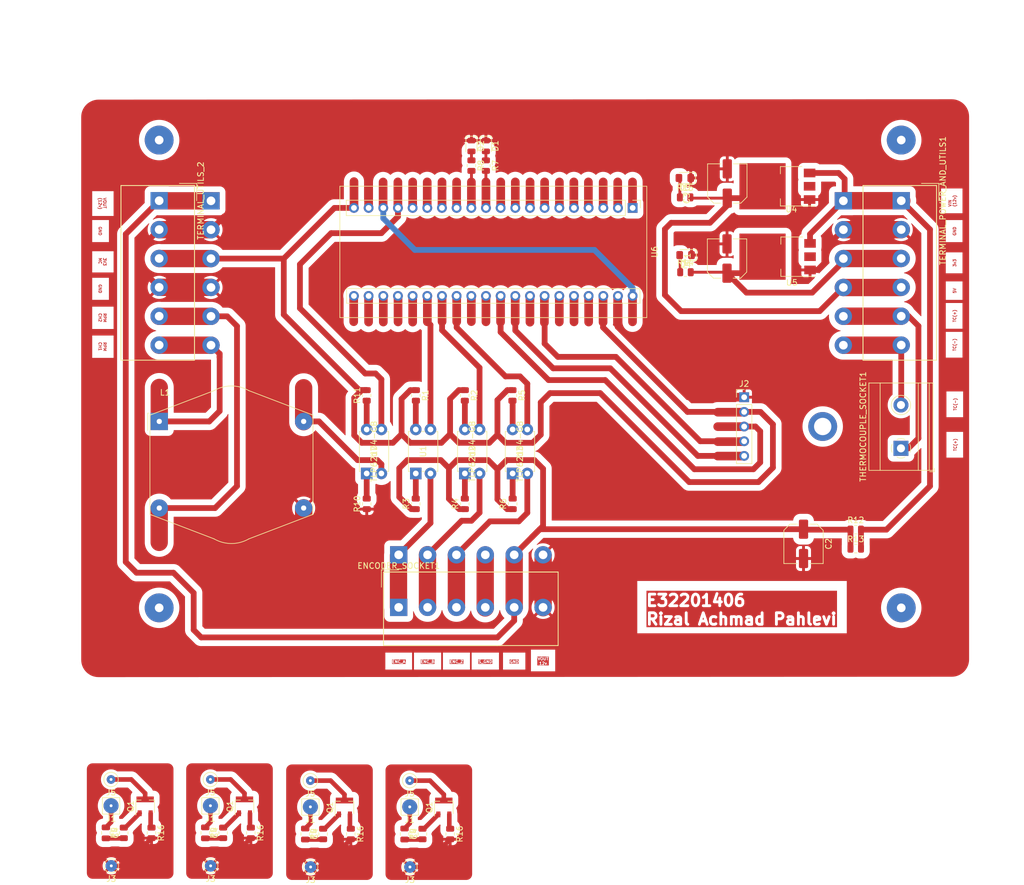
<source format=kicad_pcb>
(kicad_pcb (version 20221018) (generator pcbnew)
  (layers (0 "F.Cu" signal) (31 "B.Cu" signal) (34 "B.Paste" user) (35 "F.Paste" user) (36 "B.SilkS" user "B.Silkscreen") (37 "F.SilkS" user "F.Silkscreen") (38 "B.Mask" user) (39 "F.Mask" user) (44 "Edge.Cuts" user))
  (net 0 "")
  (net 1 "Shield Ground")
  (net 2 "PhaseA")
  (net 3 "PhaseB")
  (net 4 "PhaseZ")
  (net 5 "+3V3")
  (net 6 "Net-(U1-ANODE)")
  (net 7 "Net-(U2-ANODE)")
  (net 8 "Net-(U1-COLLECTOR)")
  (net 9 "Net-(U2-COLLECTOR)")
  (net 10 "Net-(U3-ANODE)")
  (net 11 "Net-(U3-COLLECTOR)")
  (net 12 "Net-(TERMINAL_UTILS_2-Pin_5)")
  (net 13 "STM_PhaseA")
  (net 14 "STM_PhaseB")
  (net 15 "THERMOCOUPLE_PLUS")
  (net 16 "THERMOCOUPLE_MIN")
  (net 17 "STM_PhaseZ")
  (net 18 "MAX6675_SCK")
  (net 19 "MAX6675_CS")
  (net 20 "MAX6675_SO")
  (net 21 "+5V")
  (net 22 "Net-(D1-A)")
  (net 23 "Net-(D2-A)")
  (net 24 "GND")
  (net 25 "VCC")
  (net 26 "unconnected-(U6-PB12-Pad1)")
  (net 27 "unconnected-(U6-PB13-Pad2)")
  (net 28 "unconnected-(U6-PB14-Pad3)")
  (net 29 "unconnected-(U6-PB15-Pad4)")
  (net 30 "unconnected-(U6-PA8-Pad5)")
  (net 31 "unconnected-(U6-PB1-Pad35)")
  (net 32 "unconnected-(U6-PA9-Pad6)")
  (net 33 "unconnected-(U6-PA10-Pad7)")
  (net 34 "unconnected-(U6-PA7-Pad33)")
  (net 35 "unconnected-(U6-PA11-Pad8)")
  (net 36 "unconnected-(U6-PA12-Pad9)")
  (net 37 "unconnected-(U6-PA15-Pad10)")
  (net 38 "unconnected-(U6-PA4-Pad30)")
  (net 39 "unconnected-(U6-PA3-Pad29)")
  (net 40 "unconnected-(U6-PB5-Pad13)")
  (net 41 "unconnected-(U6-PB6-Pad14)")
  (net 42 "unconnected-(U6-PB7-Pad15)")
  (net 43 "unconnected-(U6-RES-Pad25)")
  (net 44 "unconnected-(U6-PB8-Pad16)")
  (net 45 "unconnected-(U6-PC15-Pad24)")
  (net 46 "unconnected-(U6-PC14-Pad23)")
  (net 47 "unconnected-(U6-VBat-Pad21)")
  (net 48 "Net-(TERMINAL_UTILS_2-Pin_6)")
  (net 49 "Net-(U7-COLLECTOR)")
  (net 50 "Net-(U7-ANODE)")
  (net 51 "RPM_IN")
  (net 52 "5v0_add")
  (net 53 "3v3_add")
  (net 54 "Net-(D4-A)")
  (net 55 "Net-(D5-A)")
  (net 56 "Net-(U7-CATHODE)")
  (net 57 "LED_INDICATOR_1")
  (net 58 "LED_INDICATOR_2")
  (net 59 "unconnected-(U6-PC13-Pad22)")
  (net 60 "unconnected-(U6-PB2-Pad36)")
  (net 61 "unconnected-(U6-PB10-Pad37)")
  (net 62 "Net-(J1-Pin_1)")
  (net 63 "Net-(C4-Pad2)")
  (net 64 "GND1")
  (net 65 "Net-(J5-Pin_1)")
  (net 66 "Net-(Q1-B)")
  (net 67 "Net-(Q1-E)")
  (footprint "Resistor_SMD:R_0805_2012Metric" (layer "F.Cu") (at 103.738556 102.075075 90)
    (fp_text reference "R6")
    (fp_text value "470")
  )
  (footprint "" (layer "F.Cu") (at 161 74.6)
    (fp_text reference "")
    (fp_text value "")
  )
  (footprint "Connector_Pin:Pin_D1.0mm_L10.0mm" (layer "F.Cu") (at 51.393061 149.8)
    (fp_text reference "J5")
    (fp_text value "D")
  )
  (footprint "" (layer "F.Cu") (at 99 110.9)
    (fp_text reference "")
    (fp_text value "")
  )
  (footprint "Capacitor_SMD:C_Elec_6.3x5.8" (layer "F.Cu") (at 140.85465 59.59215 90)
    (fp_text reference "C1")
    (fp_text value "C_Polarized")
  )
  (footprint "Resistor_SMD:R_0805_2012Metric" (layer "F.Cu") (at 78.466983 102.075075 90)
    (fp_text reference "R10")
    (fp_text value "470")
  )
  (footprint "TerminalBlock_Altech:Altech_AK300_1x06_P5.00mm_45-Degree" (layer "F.Cu") (at 42.5225 49.5782 -90)
    (fp_text reference "TERMINAL_UTILS_2")
    (fp_text value "Screw_Terminal_01x06")
  )
  (footprint "Resistor_SMD:R_0805_2012Metric" (layer "F.Cu") (at 86.954586 102.075075 90)
    (fp_text reference "R3")
    (fp_text value "1.5k")
  )
  (footprint "Resistor_SMD:R_0805_2012Metric" (layer "F.Cu") (at 95.453344 102.075075 90)
    (fp_text reference "R4")
    (fp_text value "470")
  )
  (footprint "Resistor_SMD:R_0805_2012Metric" (layer "F.Cu") (at 75.710821 159.243014 -90)
    (fp_text reference "R16")
    (fp_text value "R_US")
  )
  (footprint "" (layer "F.Cu") (at 84 110.9)
    (fp_text reference "")
    (fp_text value "")
  )
  (footprint "" (layer "F.Cu") (at 51.5 69.6)
    (fp_text reference "")
    (fp_text value "")
  )
  (footprint "Connector_Pin:Pin_D1.0mm_L10.0mm" (layer "F.Cu") (at 68.704838 149.996965)
    (fp_text reference "J5")
    (fp_text value "D")
  )
  (footprint "" (layer "F.Cu") (at 94 110.9)
    (fp_text reference "")
    (fp_text value "")
  )
  (footprint "" (layer "F.Cu") (at 51.5 74.6)
    (fp_text reference "")
    (fp_text value "")
  )
  (footprint "" (layer "F.Cu") (at 51.5 54.6)
    (fp_text reference "")
    (fp_text value "")
  )
  (footprint "Resistor_SMD:R_0805_2012Metric" (layer "F.Cu") (at 36.395983 159.046049 90)
    (fp_text reference "R9")
    (fp_text value "R_US")
  )
  (footprint "Resistor_SMD:R_0805_2012Metric" (layer "F.Cu") (at 133.6 49)
    (fp_text reference "R15")
    (fp_text value "2.7k")
  )
  (footprint "" (layer "F.Cu") (at 51.5 59.6)
    (fp_text reference "")
    (fp_text value "")
  )
  (footprint "TerminalBlock_MetzConnect:TerminalBlock_MetzConnect_Type175_RT02702HBLC_1x02_P7.50mm_Horizontal" (layer "F.Cu") (at 170.9725 92.4582 90)
    (fp_text reference "THERMOCOUPLE_SOCKET1")
    (fp_text value "Screw_Terminal_01x02")
  )
  (footprint "Resistor_SMD:R_0805_2012Metric" (layer "F.Cu") (at 70.910821 159.243014 90)
    (fp_text reference "R9")
    (fp_text value "R_US")
  )
  (footprint "Resistor_SMD:R_0805_2012Metric" (layer "F.Cu") (at 99.1 43.5 -90)
    (fp_text reference "R7")
    (fp_text value "220")
  )
  (footprint "Capacitor_SMD:C_0805_2012Metric" (layer "F.Cu") (at 85.013882 159.243014 -90)
    (fp_text reference "C4")
    (fp_text value "C")
  )
  (footprint "Resistor_SMD:R_0805_2012Metric" (layer "F.Cu") (at 41.195983 159.046049 -90)
    (fp_text reference "R16")
    (fp_text value "R_US")
  )
  (footprint "Kicad-STM32:YAAJ_WeAct_BlackPill_2" (layer "F.Cu") (at 124.5125 50.8282 -90)
    (fp_text reference "U6")
    (fp_text value "YAAJ_WeAct_BlackPill_Part_Like" hide)
  )
  (footprint "" (layer "F.Cu") (at 161 69.6)
    (fp_text reference "")
    (fp_text value "")
  )
  (footprint "Capacitor_SMD:C_0805_2012Metric" (layer "F.Cu") (at 33.295983 159.046049 -90)
    (fp_text reference "C4")
    (fp_text value "C")
  )
  (footprint "Connector_Pin:Pin_D1.4mm_L8.5mm_W2.8mm_FlatFork" (layer "F.Cu") (at 34.195983 154.346049)
    (fp_text reference "J1")
    (fp_text value "A")
  )
  (footprint "Resistor_SMD:R_0805_2012Metric" (layer "F.Cu") (at 163.14 109.83)
    (fp_text reference "R13")
    (fp_text value "10 s/d 100")
  )
  (footprint "Inductor_THT:Choke_Schaffner_RN122-04-28.0x27.0mm" (layer "F.Cu") (at 42.5425 87.8)
    (fp_text reference "L1")
    (fp_text value "L_Ferrite_Coupled")
  )
  (footprint "Package_TO_SOT_SMD:SOT-223-3_TabPin2" (layer "F.Cu") (at 152 47.0782 180)
    (fp_text reference "U4")
    (fp_text value "AMS1117-5.0")
  )
  (footprint "ul_TLP621-D4-GB:TLP621D4-GB" (layer "F.Cu") (at 86.96 96.81 90)
    (fp_text reference "U1")
    (fp_text value "TLP621D4-GB" hide)
  )
  (footprint "TerminalBlock_Altech:Altech_AK300_1x06_P5.00mm_45-Degree" (layer "F.Cu") (at 84 120)
    (fp_text reference "ENCODER_SOCKET1")
    (fp_text value "Screw_Terminal_01x06")
  )
  (footprint "Resistor_SMD:R_0805_2012Metric" (layer "F.Cu") (at 103.697262 83.294941 -90)
    (fp_text reference "R5")
    (fp_text value "2.7K")
  )
  (footprint "Connector_PinHeader_2.54mm:PinHeader_1x05_P2.54mm_Vertical" (layer "F.Cu") (at 143.8225 83.6082)
    (fp_text reference "J2")
    (fp_text value "MAX6675 Thermocouple")
  )
  (footprint "Capacitor_SMD:C_0805_2012Metric" (layer "F.Cu") (at 67.810821 159.243014 -90)
    (fp_text reference "C4")
    (fp_text value "C")
  )
  (footprint "LED_SMD:LED_0805_2012Metric_Pad1.15x1.40mm_HandSolder" (layer "F.Cu") (at 133.5475 45.64 180)
    (fp_text reference "D5")
    (fp_text value "LED")
  )
  (footprint "Package_TO_SOT_SMD:SOT-23W" (layer "F.Cu") (at 40.095983 154.446049 90)
    (fp_text reference "Q1")
    (fp_text value "NPN")
  )
  (footprint "Connector_Pin:Pin_D1.0mm_L10.0mm" (layer "F.Cu") (at 34.232521 164.756637)
    (fp_text reference "J3")
    (fp_text value "B/GND")
  )
  (footprint "Capacitor_SMD:C_Elec_6.3x5.8" (layer "F.Cu") (at 140.9 46.6 90)
    (fp_text reference "C3")
    (fp_text value "C_Polarized")
  )
  (footprint "ul_TLP621-D4-GB:TLP621D4-GB" (layer "F.Cu") (at 103.73 96.81 90)
    (fp_text reference "U3")
    (fp_text value "TLP621D4-GB")
  )
  (footprint "Connector_Pin:Pin_D1.4mm_L8.5mm_W2.8mm_FlatFork" (layer "F.Cu") (at 51.399044 154.346049)
    (fp_text reference "J1")
    (fp_text value "A")
  )
  (footprint "Connector_Pin:Pin_D1.0mm_L10.0mm" (layer "F.Cu") (at 85.95042 164.953602)
    (fp_text reference "J3")
    (fp_text value "B/GND")
  )
  (footprint "Package_TO_SOT_SMD:SOT-23W" (layer "F.Cu") (at 74.610821 154.643014 90)
    (fp_text reference "Q1")
    (fp_text value "NPN")
  )
  (footprint "" (layer "F.Cu") (at 161 64.6)
    (fp_text reference "")
    (fp_text value "")
  )
  (footprint "" (layer "F.Cu") (at 109 110.9)
    (fp_text reference "")
    (fp_text value "")
  )
  (footprint "Connector_Pin:Pin_D1.0mm_L10.0mm" (layer "F.Cu") (at 51.435582 164.756637)
    (fp_text reference "J3")
    (fp_text value "B/GND")
  )
  (footprint "Resistor_SMD:R_0805_2012Metric" (layer "F.Cu") (at 95.449366 83.294941 -90)
    (fp_text reference "R2")
    (fp_text value "2.7K")
  )
  (footprint "Capacitor_SMD:C_0805_2012Metric" (layer "F.Cu") (at 50.499044 159.046049 -90)
    (fp_text reference "C4")
    (fp_text value "C")
  )
  (footprint "Connector_Pin:Pin_D1.4mm_L8.5mm_W2.8mm_FlatFork" (layer "F.Cu") (at 85.913882 154.543014)
    (fp_text reference "J1")
    (fp_text value "A")
  )
  (footprint "Resistor_SMD:R_0805_2012Metric" (layer "F.Cu") (at 88.113882 159.243014 90)
    (fp_text reference "R9")
    (fp_text value "R_US")
  )
  (footprint "" (layer "F.Cu") (at 51.5 64.6)
    (fp_text reference "")
    (fp_text value "")
  )
  (footprint "Resistor_SMD:R_0805_2012Metric" (layer "F.Cu") (at 92.913882 159.243014 -90)
    (fp_text reference "R16")
    (fp_text value "R_US")
  )
  (footprint "Resistor_SMD:R_0805_2012Metric" (layer "F.Cu") (at 53.599044 159.046049 90)
    (fp_text reference "R9")
    (fp_text value "R_US")
  )
  (footprint "" (layer "F.Cu") (at 161 54.6)
    (fp_text reference "")
    (fp_text value "")
  )
  (footprint "Resistor_SMD:R_0805_2012Metric" (layer "F.Cu") (at 86.978554 83.294941 -90)
    (fp_text reference "R1")
    (fp_text value "2.7K")
  )
  (footprint "LED_SMD:LED_0805_2012Metric" (layer "F.Cu") (at 96.6 40.1 -90)
    (fp_text reference "D2")
    (fp_text value "LED")
  )
  (footprint "Resistor_SMD:R_0805_2012Metric" (layer "F.Cu") (at 163.14 106.54)
    (fp_text reference "R12")
    (fp_text value "10 s/d 100")
  )
  (footprint "Resistor_SMD:R_0805_2012Metric" (layer "F.Cu") (at 96.6 43.5 -90)
    (fp_text reference "R8")
    (fp_text value "220")
  )
  (footprint "ul_TLP621-D4-GB:TLP621D4-GB" (layer "F.Cu") (at 95.46 96.81 90)
    (fp_text reference "U2")
    (fp_text value "TLP621D4-GB")
  )
  (footprint "" (layer "F.Cu") (at 104 110.9)
    (fp_text reference "")
    (fp_text value "")
  )
  (footprint "LED_SMD:LED_0805_2012Metric_Pad1.15x1.40mm_HandSolder" (layer "F.Cu") (at 133.67965 58.99215 180)
    (fp_text reference "D4")
    (fp_text value "LED")
  )
  (footprint "LED_SMD:LED_0805_2012Metric" (layer "F.Cu") (at 99.1 40.1 -90)
    (fp_text reference "D1")
    (fp_text value "LED")
  )
  (footprint "Package_TO_SOT_SMD:SOT-223-3_TabPin2" (layer "F.Cu") (at 152.07965 59.27035 180)
    (fp_text reference "U5")
    (fp_text value "AMS1117-3.3")
  )
  (footprint "" (layer "F.Cu") (at 89 110.9)
    (fp_text reference "")
    (fp_text value "")
  )
  (footprint "Connector_Pin:Pin_D1.4mm_L8.5mm_W2.8mm_FlatFork" (layer "F.Cu") (at 68.710821 154.543014)
    (fp_text reference "J1")
    (fp_text value "A")
  )
  (footprint "Package_TO_SOT_SMD:SOT-23W" (layer "F.Cu") (at 91.813882 154.643014 90)
    (fp_text reference "Q1")
    (fp_text value "NPN")
  )
  (footprint "" (layer "F.Cu") (at 51.5 49.6)
    (fp_text reference "")
    (fp_text value "")
  )
  (footprint "ul_TLP621-D4-GB:TLP621D4-GB" (layer "F.Cu") (at 78.46 96.81 90)
    (fp_text reference "U7")
    (fp_text value "TLP621D4-GB")
  )
  (footprint "Package_TO_SOT_SMD:SOT-23W" (layer "F.Cu") (at 57.299044 154.446049 90)
    (fp_text reference "Q1")
    (fp_text value "NPN")
  )
  (footprint "Resistor_SMD:R_0805_2012Metric" (layer "F.Cu") (at 58.399044 159.046049 -90)
    (fp_text reference "R16")
    (fp_text value "R_US")
  )
  (footprint "Connector_Pin:Pin_D1.0mm_L10.0mm" (layer "F.Cu") (at 34.19 149.8)
    (fp_text reference "J5")
    (fp_text value "D")
  )
  (footprint "" (layer "F.Cu") (at 161 49.6)
    (fp_text reference "")
    (fp_text value "")
  )
  (footprint "Connector_Pin:Pin_D1.0mm_L10.0mm" (layer "F.Cu") (at 85.907899 149.996965)
    (fp_text reference "J5")
    (fp_text value "D")
  )
  (footprint "TerminalBlock_Altech:Altech_AK300_1x06_P5.00mm_45-Degree" (layer "F.Cu") (at 171.0225 49.5782 -90)
    (fp_text reference "TERMINAL_POWER_AND_UTILS1")
    (fp_text value "Screw_Terminal_01x06")
  )
  (footprint "Connector_Pin:Pin_D1.0mm_L10.0mm" (layer "F.Cu") (at 68.747359 164.953602)
    (fp_text reference "J3")
    (fp_text value "B/GND")
  )
  (footprint "Resistor_SMD:R_0805_2012Metric" (layer "F.Cu") (at 78.455294 83.294941 90)
    (fp_text reference "R11")
    (fp_text value "2.7K")
  )
  (footprint "Resistor_SMD:R_0805_2012Metric" (layer "F.Cu") (at 133.65715 61.96215)
    (fp_text reference "R14")
    (fp_text value "330")
  )
  (footprint "Capacitor_SMD:C_Elec_6.3x5.8" (layer "F.Cu") (at 154.1 109 -90)
    (fp_text reference "C2")
    (fp_text value "100u/16v")
  )
  (footprint "" (layer "F.Cu") (at 161 59.6)
    (fp_text reference "")
    (fp_text value "")
  )
  (gr_text locked "VOUT\n(12v)" (at 32 49 -90) (layer "F.Cu") (effects (font (size 0.5 0.5) (thickness 0.1) bold) (justify left bottom)))
  (gr_text locked "TC(+)" (at 180.667719 92.996842 90) (layer "F.Cu") (effects (font (size 0.5 0.5) (thickness 0.1) bold) (justify left bottom)))
  (gr_text locked "GND" (at 180.558011 55.678768 90) (layer "F.Cu") (effects (font (size 0.5 0.5) (thickness 0.1) bold) (justify left bottom)))
  (gr_text locked "GND" (at 32 54 -90) (layer "F.Cu") (effects (font (size 0.5 0.5) (thickness 0.1) bold) (justify left bottom)))
  (gr_text locked "ENC_A" (at 84 129.7) (layer "F.Cu" knockout) (effects (font (size 0.5 0.5) (thickness 0.12) bold) (justify bottom)))
  (gr_text locked "VOUT\n12v" (at 109 130) (layer "F.Cu" knockout) (effects (font (size 0.5 0.5) (thickness 0.12) bold) (justify bottom)))
  (gr_text locked "VIN\n(12v)" (at 180.558011 50.678768 90) (layer "F.Cu") (effects (font (size 0.5 0.5) (thickness 0.1) bold) (justify left bottom)))
  (gr_text locked "3v3" (at 180.558011 61.078768 90) (layer "F.Cu") (effects (font (size 0.5 0.5) (thickness 0.1) bold) (justify left bottom)))
  (gr_text locked "3V3\nMC" (at 32 59.4 -90) (layer "F.Cu") (effects (font (size 0.5 0.5) (thickness 0.1) bold) (justify left bottom)))
  (gr_text locked "RPM\nCH1" (at 32 74 -90) (layer "F.Cu") (effects (font (size 0.5 0.5) (thickness 0.1) bold) (justify left bottom)))
  (gr_text locked "ENC_B" (at 89 129.7) (layer "F.Cu" knockout) (effects (font (size 0.5 0.5) (thickness 0.12) bold) (justify bottom)))
  (gr_text locked "RPM\nCH2" (at 32 69 -90) (layer "F.Cu") (effects (font (size 0.5 0.5) (thickness 0.1) bold) (justify left bottom)))
  (gr_text locked "GND" (at 32 64 -90) (layer "F.Cu") (effects (font (size 0.5 0.5) (thickness 0.1) bold) (justify left bottom)))
  (gr_text locked "TC(-)" (at 180.667719 85.996842 90) (layer "F.Cu") (effects (font (size 0.5 0.5) (thickness 0.1) bold) (justify left bottom)))
  (gr_text locked "5V" (at 180.558011 65.678768 90) (layer "F.Cu") (effects (font (size 0.5 0.5) (thickness 0.1) bold) (justify left bottom)))
  (gr_text locked "S_GND" (at 99 129.7) (layer "F.Cu" knockout) (effects (font (size 0.5 0.5) (thickness 0.12) bold) (justify bottom)))
  (gr_text locked "E32201406\nRizal Achmad Pahlevi" (at 126.6 123.2) (layer "F.Cu" knockout) (effects (font (size 2 2) (thickness 0.5) bold) (justify left bottom)))
  (gr_text locked "GND" (at 104 129.7) (layer "F.Cu" knockout) (effects (font (size 0.5 0.5) (thickness 0.12) bold) (justify bottom)))
  (gr_text locked "TC(-)" (at 180.558011 75.678768 90) (layer "F.Cu") (effects (font (size 0.5 0.5) (thickness 0.1) bold) (justify left bottom)))
  (gr_text locked "ENC_Z" (at 94 129.7) (layer "F.Cu" knockout) (effects (font (size 0.5 0.5) (thickness 0.12) bold) (justify bottom)))
  (gr_text locked "TC(+)" (at 180.558011 70.678768 90) (layer "F.Cu") (effects (font (size 0.5 0.5) (thickness 0.1) bold) (justify left bottom)))
  (via locked (at 42.5225 120.0782) (size 5) (drill 1.5) (layers "F.Cu" "B.Cu") (net 0))
  (via locked (at 42.5225 39.0782) (size 5) (drill 1.5) (layers "F.Cu" "B.Cu") (net 0))
  (via locked (at 171.0225 120.0782) (size 5) (drill 1.5) (layers "F.Cu" "B.Cu") (net 0))
  (via locked (at 157.4225 88.6782) (size 5) (drill 3) (layers "F.Cu" "B.Cu") (net 0))
  (via locked (at 171.0225 39.0782) (size 5) (drill 1.5) (layers "F.Cu" "B.Cu") (net 0))
  (segment locked (start 98.98 111.1143) (end 98.98 120.1) (width 3) (layer "F.Cu") (net 1))
  (segment locked (start 83.964559 110.98431) (end 83.964559 119.97001) (width 3) (layer "F.Cu") (net 2))
  (segment locked (start 89.5 105.4) (end 84 110.9) (width 1) (layer "F.Cu") (net 2))
  (segment locked (start 89.5 96.81) (end 89.5 105.4) (width 1) (layer "F.Cu") (net 2))
  (segment locked (start 96.6 105) (end 94.9 105) (width 1) (layer "F.Cu") (net 3))
  (segment locked (start 98 103.6) (end 96.6 105) (width 1) (layer "F.Cu") (net 3))
  (segment locked (start 88.984559 110.87001) (end 88.984559 119.85571) (width 3) (layer "F.Cu") (net 3))
  (segment locked (start 98 96.81) (end 98 103.6) (width 1) (layer "F.Cu") (net 3))
  (segment locked (start 94.9 105) (end 89 110.9) (width 1) (layer "F.Cu") (net 3))
  (segment locked (start 93.994559 110.94431) (end 93.994559 119.93001) (width 3) (layer "F.Cu") (net 4))
  (segment locked (start 104.8 105.1) (end 99.8 105.1) (width 1) (layer "F.Cu") (net 4))
  (segment locked (start 106.27 103.63) (end 104.8 105.1) (width 1) (layer "F.Cu") (net 4))
  (segment locked (start 106.27 96.81) (end 106.27 103.63) (width 1) (layer "F.Cu") (net 4))
  (segment locked (start 99.8 105.1) (end 94 110.9) (width 1) (layer "F.Cu") (net 4))
  (segment locked (start 119.391123 70.632867) (end 119.391123 66.108567) (width 1.5) (layer "F.Cu") (net 5))
  (segment locked (start 86.978554 82.382441) (end 86.017559 82.382441) (width 1) (layer "F.Cu") (net 5))
  (segment locked (start 148.8 88.3) (end 148.8 95.8) (width 1) (layer "F.Cu") (net 5))
  (segment locked (start 134.016297 86.1482) (end 119.391123 71.523026) (width 1) (layer "F.Cu") (net 5))
  (segment locked (start 84.5 90) (end 86 91.5) (width 1) (layer "F.Cu") (net 5))
  (segment locked (start 108.6 84.5) (end 108.6 90.1) (width 1) (layer "F.Cu") (net 5))
  (segment locked (start 146.3 98.3) (end 134.3 98.3) (width 1) (layer "F.Cu") (net 5))
  (segment locked (start 76.3 90.2) (end 76.3 83.7) (width 1) (layer "F.Cu") (net 5))
  (segment locked (start 143.8225 86.1482) (end 146.6482 86.1482) (width 1) (layer "F.Cu") (net 5))
  (segment locked (start 107.2 91.5) (end 102.5 91.5) (width 1) (layer "F.Cu") (net 5))
  (segment locked (start 86 91.5) (end 91.4 91.5) (width 1) (layer "F.Cu") (net 5))
  (segment locked (start 101.1 84.1) (end 102.817559 82.382441) (width 1) (layer "F.Cu") (net 5))
  (segment locked (start 134.3 98.3) (end 118.9 82.9) (width 1) (layer "F.Cu") (net 5))
  (segment locked (start 72.8718 50.8282) (end 76.2525 50.8282) (width 1) (layer "F.Cu") (net 5))
  (segment locked (start 148.8 95.8) (end 146.3 98.3) (width 1) (layer "F.Cu") (net 5))
  (segment locked (start 64.1 69.3) (end 64.1 59.6) (width 1) (layer "F.Cu") (net 5))
  (segment locked (start 92.9 83.9) (end 94.417559 82.382441) (width 1) (layer "F.Cu") (net 5))
  (segment locked (start 108.6 90.1) (end 107.2 91.5) (width 1) (layer "F.Cu") (net 5))
  (segment locked (start 77.617559 82.382441) (end 78.455294 82.382441) (width 1) (layer "F.Cu") (net 5))
  (segment locked (start 64.1 59.6) (end 72.8718 50.8282) (width 1) (layer "F.Cu") (net 5))
  (segment locked (start 77.182441 82.382441) (end 64.1 69.3) (width 1) (layer "F.Cu") (net 5))
  (segment locked (start 77.6 91.5) (end 76.3 90.2) (width 1) (layer "F.Cu") (net 5))
  (segment locked (start 134.016297 86.1482) (end 139.18605 86.1482) (width 1) (layer "F.Cu") (net 5))
  (segment locked (start 118.9 82.9) (end 110.2 82.9) (width 1) (layer "F.Cu") (net 5))
  (segment locked (start 146.6482 86.1482) (end 148.8 88.3) (width 1) (layer "F.Cu") (net 5))
  (segment locked (start 84.5 90) (end 83 91.5) (width 1) (layer "F.Cu") (net 5))
  (segment locked (start 91.4 91.5) (end 92.9 90) (width 1) (layer "F.Cu") (net 5))
  (segment locked (start 101.1 90.1) (end 101.1 84.1) (width 1) (layer "F.Cu") (net 5))
  (segment locked (start 83 91.5) (end 77.6 91.5) (width 1) (layer "F.Cu") (net 5))
  (segment locked (start 76.26 46.27) (end 76.26 50.7943) (width 1.5) (layer "F.Cu") (net 5))
  (segment locked (start 102.817559 82.382441) (end 103.697262 82.382441) (width 1) (layer "F.Cu") (net 5))
  (segment locked (start 51.5 59.6) (end 64.1 59.6) (width 1) (layer "F.Cu") (net 5))
  (segment locked (start 92.9 90) (end 92.9 83.9) (width 1) (layer "F.Cu") (net 5))
  (segment locked (start 42.5143 59.6) (end 51.5 59.6) (width 3) (layer "F.Cu") (net 5))
  (segment locked (start 84.5 83.9) (end 84.5 90) (width 1) (layer "F.Cu") (net 5))
  (segment locked (start 94.4 91.5) (end 99.7 91.5) (width 1) (layer "F.Cu") (net 5))
  (segment locked (start 110.2 82.9) (end 108.6 84.5) (width 1) (layer "F.Cu") (net 5))
  (segment locked (start 92.9 90) (end 94.4 91.5) (width 1) (layer "F.Cu") (net 5))
  (segment locked (start 76.3 83.7) (end 77.617559 82.382441) (width 1) (layer "F.Cu") (net 5))
  (segment locked (start 99.7 91.5) (end 101.1 90.1) (width 1) (layer "F.Cu") (net 5))
  (segment locked (start 139.18605 86.1482) (end 139.23785 86.2) (width 1) (layer "F.Cu") (net 5))
  (segment locked (start 78.455294 82.382441) (end 77.182441 82.382441) (width 1) (layer "F.Cu") (net 5))
  (segment locked (start 102.5 91.5) (end 101.1 90.1) (width 1) (layer "F.Cu") (net 5))
  (segment locked (start 119.391123 71.523026) (end 119.391123 70.632867) (width 1) (layer "F.Cu") (net 5))
  (segment locked (start 139.23785 86.2) (end 143.76215 86.2) (width 1.5) (layer "F.Cu") (net 5))
  (segment locked (start 86.017559 82.382441) (end 84.5 83.9) (width 1) (layer "F.Cu") (net 5))
  (segment locked (start 94.417559 82.382441) (end 95.449366 82.382441) (width 1) (layer "F.Cu") (net 5))
  (segment locked (start 86.96 96.81) (end 86.96 101.157161) (width 1) (layer "F.Cu") (net 6))
  (segment locked (start 86.96 101.157161) (end 86.954586 101.162575) (width 1) (layer "F.Cu") (net 6))
  (segment locked (start 95.46 101.155919) (end 95.453344 101.162575) (width 1) (layer "F.Cu") (net 7))
  (segment locked (start 95.46 96.81) (end 95.46 101.155919) (width 1) (layer "F.Cu") (net 7))
  (segment locked (start 86.96 89.19) (end 86.96 84.225995) (width 1) (layer "F.Cu") (net 8))
  (segment locked (start 86.96 84.225995) (end 86.978554 84.207441) (width 1) (layer "F.Cu") (net 8))
  (segment locked (start 95.46 89.19) (end 95.46 84.218075) (width 1) (layer "F.Cu") (net 9))
  (segment locked (start 95.46 84.218075) (end 95.449366 84.207441) (width 1) (layer "F.Cu") (net 9))
  (segment locked (start 103.73 96.81) (end 103.73 101.154019) (width 1) (layer "F.Cu") (net 10))
  (segment locked (start 103.73 101.154019) (end 103.738556 101.162575) (width 1) (layer "F.Cu") (net 10))
  (segment locked (start 103.73 84.240179) (end 103.697262 84.207441) (width 1) (layer "F.Cu") (net 11))
  (segment locked (start 103.73 89.19) (end 103.73 84.240179) (width 1) (layer "F.Cu") (net 11))
  (segment locked (start 54.3 69.6) (end 56 71.3) (width 1) (layer "F.Cu") (net 12))
  (segment locked (start 56 99) (end 52.2 102.8) (width 1) (layer "F.Cu") (net 12))
  (segment locked (start 42.53 108.74375) (end 42.53 102.85625) (width 3) (layer "F.Cu") (net 12))
  (segment locked (start 42.5143 69.6) (end 51.5 69.6) (width 3) (layer "F.Cu") (net 12))
  (segment locked (start 56 71.3) (end 56 99) (width 1) (layer "F.Cu") (net 12))
  (segment locked (start 52.2 102.8) (end 42.5425 102.8) (width 1) (layer "F.Cu") (net 12))
  (segment locked (start 51.5 69.6) (end 54.3 69.6) (width 1) (layer "F.Cu") (net 12))
  (segment locked (start 89.5 89.19) (end 89.5 71.079037) (width 1) (layer "F.Cu") (net 13))
  (segment locked (start 89.5 71.079037) (end 88.962897 70.541934) (width 1) (layer "F.Cu") (net 13))
  (segment locked (start 88.962897 70.541934) (end 88.962897 66.017634) (width 1.5) (layer "F.Cu") (net 13))
  (segment locked (start 91.512897 70.521934) (end 91.512897 65.997634) (width 1.5) (layer "F.Cu") (net 14))
  (segment locked (start 98 78.5) (end 91.512897 72.012897) (width 1) (layer "F.Cu") (net 14))
  (segment locked (start 98 89.19) (end 98 78.5) (width 1) (layer "F.Cu") (net 14))
  (segment locked (start 91.512897 72.012897) (end 91.512897 70.521934) (width 1) (layer "F.Cu") (net 14))
  (segment locked (start 171.0225 69.5782) (end 161.1218 69.5782) (width 3) (layer "F.Cu") (net 15))
  (segment locked (start 172.25715 92.4582) (end 170.9725 92.4582) (width 1) (layer "F.Cu") (net 15))
  (segment locked (start 172.30035 69.5782) (end 174 71.27785) (width 1) (layer "F.Cu") (net 15))
  (segment locked (start 171.0225 69.5782) (end 172.30035 69.5782) (width 1) (layer "F.Cu") (net 15))
  (segment locked (start 174 90.71535) (end 172.25715 92.4582) (width 1) (layer "F.Cu") (net 15))
  (segment locked (start 161.1218 69.5782) (end 161.1 69.6) (width 1) (layer "F.Cu") (net 15))
  (segment locked (start 174 71.27785) (end 174 90.71535) (width 1) (layer "F.Cu") (net 15))
  (segment locked (start 171.0225 74.5782) (end 171.0225 84.9082) (width 1) (layer "F.Cu") (net 16))
  (segment locked (start 171.0225 84.9082) (end 170.9725 84.9582) (width 1) (layer "F.Cu") (net 16))
  (segment locked (start 170.95035 74.6) (end 161.04965 74.6) (width 3) (layer "F.Cu") (net 16))
  (segment locked (start 94.045397 70.552284) (end 94.045397 66.027984) (width 1.5) (layer "F.Cu") (net 17))
  (segment locked (start 102.5 80) (end 94.045397 71.545397) (width 1) (layer "F.Cu") (net 17))
  (segment locked (start 106.27 89.19) (end 106.27 81.27) (width 1) (layer "F.Cu") (net 17))
  (segment locked (start 105 80) (end 102.5 80) (width 1) (layer "F.Cu") (net 17))
  (segment locked (start 106.27 81.27) (end 105 80) (width 1) (layer "F.Cu") (net 17))
  (segment locked (start 94.045397 71.545397) (end 94.045397 70.552284) (width 1) (layer "F.Cu") (net 17))
  (segment locked (start 101.640517 70.589991) (end 101.640517 66.065691) (width 1.5) (layer "F.Cu") (net 18))
  (segment locked (start 145.4218 96.0782) (end 146.6 94.9) (width 1) (layer "F.Cu") (net 18))
  (segment locked (start 119.76 80.64) (end 135.1982 96.0782) (width 1) (layer "F.Cu") (net 18))
  (segment locked (start 135.1982 96.0782) (end 145.4218 96.0782) (width 1) (layer "F.Cu") (net 18))
  (segment locked (start 139.23785 88.7) (end 143.76215 88.7) (width 1.5) (layer "F.Cu") (net 18))
  (segment locked (start 101.6525 70.601974) (end 101.640517 70.589991) (width 1) (layer "F.Cu") (net 18))
  (segment locked (start 146.6 89.5) (end 145.7882 88.6882) (width 1) (layer "F.Cu") (net 18))
  (segment locked (start 145.7882 88.6882) (end 143.8225 88.6882) (width 1) (layer "F.Cu") (net 18))
  (segment locked (start 101.6525 72.3325) (end 101.6525 70.601974) (width 1) (layer "F.Cu") (net 18))
  (segment locked (start 146.6 94.9) (end 146.6 89.5) (width 1) (layer "F.Cu") (net 18))
  (segment locked (start 109.96 80.64) (end 119.76 80.64) (width 1) (layer "F.Cu") (net 18))
  (segment locked (start 101.6525 72.3325) (end 109.96 80.64) (width 1) (layer "F.Cu") (net 18))
  (segment locked (start 109.2725 74.3325) (end 111.56 76.62) (width 1) (layer "F.Cu") (net 19))
  (segment locked (start 121.61 76.62) (end 136.2182 91.2282) (width 1) (layer "F.Cu") (net 19))
  (segment locked (start 136.2182 91.2282) (end 139.16605 91.2282) (width 1) (layer "F.Cu") (net 19))
  (segment locked (start 109.229544 70.686013) (end 109.229544 66.161713) (width 1.5) (layer "F.Cu") (net 19))
  (segment locked (start 139.16605 91.2282) (end 139.23785 91.3) (width 1) (layer "F.Cu") (net 19))
  (segment locked (start 111.56 76.62) (end 121.61 76.62) (width 1) (layer "F.Cu") (net 19))
  (segment locked (start 139.23785 91.3) (end 143.76215 91.3) (width 1.5) (layer "F.Cu") (net 19))
  (segment locked (start 109.2725 70.728969) (end 109.229544 70.686013) (width 1) (layer "F.Cu") (net 19))
  (segment locked (start 109.2725 74.3325) (end 109.2725 70.728969) (width 1) (layer "F.Cu") (net 19))
  (segment locked (start 104.1925 72.0525) (end 104.1925 70.639824) (width 1) (layer "F.Cu") (net 20))
  (segment locked (start 135.7982 93.7682) (end 139.20605 93.7682) (width 1) (layer "F.Cu") (net 20))
  (segment locked (start 110.74 78.6) (end 120.63 78.6) (width 1) (layer "F.Cu") (net 20))
  (segment locked (start 104.1925 70.639824) (end 104.173017 70.620341) (width 1) (layer "F.Cu") (net 20))
  (segment locked (start 139.23785 93.8) (end 143.76215 93.8) (width 1.5) (layer "F.Cu") (net 20))
  (segment locked (start 104.1925 72.0525) (end 110.74 78.6) (width 1) (layer "F.Cu") (net 20))
  (segment locked (start 120.63 78.6) (end 135.7982 93.7682) (width 1) (layer "F.Cu") (net 20))
  (segment locked (start 104.173017 70.620341) (end 104.173017 66.096041) (width 1.5) (layer "F.Cu") (net 20))
  (segment locked (start 139.20605 93.7682) (end 139.23785 93.8) (width 1) (layer "F.Cu") (net 20))
  (segment locked (start 81.3 50.86215) (end 81.3 46.33785) (width 1.5) (layer "F.Cu") (net 21))
  (segment locked (start 124.49 70.55215) (end 124.49 66.02785) (width 1.5) (layer "F.Cu") (net 21))
  (segment locked (start 124.5125 66.0682) (end 124.5125 64.7125) (width 1) (layer "B.Cu") (net 21))
  (segment locked (start 117.9 58.1) (end 86.8 58.1) (width 1) (layer "B.Cu") (net 21))
  (segment locked (start 124.5125 64.7125) (end 117.9 58.1) (width 1) (layer "B.Cu") (net 21))
  (segment locked (start 86.8 58.1) (end 81.3325 52.6325) (width 1) (layer "B.Cu") (net 21))
  (segment locked (start 81.3325 52.6325) (end 81.3325 50.8282) (width 1) (layer "B.Cu") (net 21))
  (segment locked (start 99.1 42.5875) (end 99.1 41.0375) (width 0.5) (layer "F.Cu") (net 22))
  (segment locked (start 96.6 42.5875) (end 96.6 41.0375) (width 0.5) (layer "F.Cu") (net 23))
  (segment locked (start 78.7925 45.6925) (end 76.9 43.8) (width 1) (layer "F.Cu") (net 24))
  (segment locked (start 39.19 57.9107) (end 39.19 61.2457) (width 1) (layer "F.Cu") (net 24))
  (segment locked (start 156.52965 61.57035) (end 157.7 60.4) (width 1) (layer "F.Cu") (net 24))
  (segment locked (start 139.23785 83.6) (end 143.76215 83.6) (width 1.5) (layer "F.Cu") (net 24))
  (segment locked (start 42.5225 54.5782) (end 39.19 57.9107) (width 1) (layer "F.Cu") (net 24))
  (segment locked (start 42.5143 54.6) (end 51.5 54.6) (width 3) (layer "F.Cu") (net 24))
  (segment locked (start 155.22965 61.57035) (end 156.52965 61.57035) (width 1) (layer "F.Cu") (net 24))
  (segment locked (start 42.5225 64.5782) (end 51.5082 64.5782) (width 3) (layer "F.Cu") (net 24))
  (segment locked (start 39.19 61.2457) (end 42.5225 64.5782) (width 1) (layer "F.Cu") (net 24))
  (segment locked (start 76.9 43.8) (end 62.47 43.8) (width 1) (layer "F.Cu") (net 24))
  (segment locked (start 51.5082 64.5782) (end 51.52 64.59) (width 1) (layer "F.Cu") (net 24))
  (segment locked (start 53.83 52.27) (end 51.5 54.6) (width 1) (layer "F.Cu") (net 24))
  (segment locked (start 109.01 111.0743) (end 109.01 120.06) (width 3) (layer "F.Cu") (net 24))
  (segment locked (start 62.47 43.8) (end 54 52.27) (width 1) (layer "F.Cu") (net 24))
  (segment locked (start 157.7 57.9) (end 161 54.6) (width 1) (layer "F.Cu") (net 24))
  (segment locked (start 54 52.27) (end 53.83 52.27) (width 1) (layer "F.Cu") (net 24))
  (segment locked (start 121.923623 70.663217) (end 121.923623 66.138917) (width 1.5) (layer "F.Cu") (net 24))
  (segment locked (start 121.923623 71.423623) (end 121.923623 70.663217) (width 1) (layer "F.Cu") (net 24))
  (segment locked (start 157.7 60.4) (end 157.7 57.9) (width 1) (layer "F.Cu") (net 24))
  (segment locked (start 67.54 108.63375) (end 67.54 102.74625) (width 3) (layer "F.Cu") (net 24))
  (segment locked (start 171.05035 54.6) (end 161.14965 54.6) (width 3) (layer "F.Cu") (net 24))
  (segment locked (start 78.7925 50.8282) (end 78.7925 45.6925) (width 1.5) (layer "F.Cu") (net 24))
  (segment locked (start 134.1082 83.6082) (end 121.923623 71.423623) (width 1) (layer "F.Cu") (net 24))
  (segment locked (start 134.1082 83.6082) (end 139.22965 83.6082) (width 1) (layer "F.Cu") (net 24))
  (segment locked (start 139.22965 83.6082) (end 139.23785 83.6) (width 1) (layer "F.Cu") (net 24))
  (segment locked (start 107.5 94.5) (end 102.7 94.5) (width 1) (layer "F.Cu") (net 25))
  (segment locked (start 176 99) (end 168.46 106.54) (width 1) (layer "F.Cu") (net 25))
  (segment locked (start 85.5 94.5) (end 91.3 94.5) (width 1) (layer "F.Cu") (net 25))
  (segment locked (start 171.1225 49.5782) (end 161.2218 49.5782) (width 3) (layer "F.Cu") (net 25))
  (segment locked (start 101.1 125.2) (end 49.8 125.2) (width 1) (layer "F.Cu") (net 25))
  (segment locked (start 161.4782 49.5782) (end 161.2218 49.5782) (width 1) (layer "F.Cu") (net 25))
  (segment locked (start 176 54.5557) (end 176 99) (width 1) (layer "F.Cu") (net 25))
  (segment locked (start 168.46 106.54) (end 164.6025 106.54) (width 1) (layer "F.Cu") (net 25))
  (segment locked (start 94.1 94.5) (end 99.5 94.5) (width 1) (layer "F.Cu") (net 25))
  (segment locked (start 107.955 106.945) (end 109 105.9) (width 1) (layer "F.Cu") (net 25))
  (segment locked (start 104 122.3) (end 101.1 125.2) (width 1) (layer "F.Cu") (net 25))
  (segment locked (start 161 49.8) (end 161 49.6) (width 1) (layer "F.Cu") (net 25))
  (segment locked (start 109 105.9) (end 109 96) (width 1) (layer "F.Cu") (net 25))
  (segment locked (start 99.5 94.5) (end 101.1 96.1) (width 1) (layer "F.Cu") (net 25))
  (segment locked (start 92.7 95.9) (end 92.7 101.2) (width 1) (layer "F.Cu") (net 25))
  (segment locked (start 171.0225 49.5782) (end 176 54.5557) (width 1) (layer "F.Cu") (net 25))
  (segment locked (start 161.2218 45.8218) (end 161.2218 49.5782) (width 1) (layer "F.Cu") (net 25))
  (segment locked (start 102.7 94.5) (end 101.1 96.1) (width 1) (layer "F.Cu") (net 25))
  (segment locked (start 162.2275 106.54) (end 154.1775 106.54) (width 1) (layer "F.Cu") (net 25))
  (segment locked (start 109 96) (end 107.5 94.5) (width 1) (layer "F.Cu") (net 25))
  (segment locked (start 86.954586 102.987575) (end 86.187575 102.987575) (width 1) (layer "F.Cu") (net 25))
  (segment locked (start 91.3 94.5) (end 92.7 95.9) (width 1) (layer "F.Cu") (net 25))
  (segment locked (start 36.74 55.3607) (end 42.5225 49.5782) (width 1) (layer "F.Cu") (net 25))
  (segment locked (start 42.5143 49.6) (end 51.5 49.6) (width 3) (layer "F.Cu") (net 25))
  (segment locked (start 160.1782 44.7782) (end 161.2218 45.8218) (width 1) (layer "F.Cu") (net 25))
  (segment locked (start 104 111) (end 104 119.9857) (width 3) (layer "F.Cu") (net 25))
  (segment locked (start 94.487575 102.987575) (end 95.453344 102.987575) (width 1) (layer "F.Cu") (net 25))
  (segment locked (start 164.0525 106.54) (end 164.0525 109.83) (width 1) (layer "F.Cu") (net 25))
  (segment locked (start 155.22965 55.37035) (end 161 49.6) (width 1) (layer "F.Cu") (net 25))
  (segment locked (start 92.7 95.9) (end 94.1 94.5) (width 1) (layer "F.Cu") (net 25))
  (segment locked (start 84.1 95.9) (end 85.5 94.5) (width 1) (layer "F.Cu") (net 25))
  (segment locked (start 101.1 96.1) (end 101.1 101.3) (width 1) (layer "F.Cu") (net 25))
  (segment locked (start 101.1 101.3) (end 102.787575 102.987575) (width 1) (layer "F.Cu") (net 25))
  (segment locked (start 92.7 101.2) (end 94.487575 102.987575) (width 1) (layer "F.Cu") (net 25))
  (segment locked (start 86.187575 102.987575) (end 84.1 100.9) (width 1) (layer "F.Cu") (net 25))
  (segment locked (start 102.787575 102.987575) (end 103.738556 102.987575) (width 1) (layer "F.Cu") (net 25))
  (segment locked (start 38.6 114) (end 36.74 112.14) (width 1) (layer "F.Cu") (net 25))
  (segment locked (start 107.1 107.8) (end 107.955 106.945) (width 1) (layer "F.Cu") (net 25))
  (segment locked (start 49.8 125.2) (end 48.5 123.9) (width 1) (layer "F.Cu") (net 25))
  (segment locked (start 48.5 117.5) (end 45 114) (width 1) (layer "F.Cu") (net 25))
  (segment locked (start 155.15 44.7782) (end 160.1782 44.7782) (width 1) (layer "F.Cu") (net 25))
  (segment locked (start 162.2275 106.54) (end 162.2275 109.83) (width 1) (layer "F.Cu") (net 25))
  (segment locked (start 108.4375 106.4625) (end 107.1 107.8) (width 1) (layer "F.Cu") (net 25))
  (segment locked (start 154.1 106.4625) (end 108.4375 106.4625) (width 1) (layer "F.Cu") (net 25))
  (segment locked (start 36.74 112.14) (end 36.74 55.3607) (width 1) (layer "F.Cu") (net 25))
  (segment locked (start 104 110.9) (end 107.1 107.8) (width 1) (layer "F.Cu") (net 25))
  (segment locked (start 104 120) (end 104 122.3) (width 1) (layer "F.Cu") (net 25))
  (segment locked (start 154.1775 106.54) (end 154.1 106.4625) (width 1) (layer "F.Cu") (net 25))
  (segment locked (start 45 114) (end 38.6 114) (width 1) (layer "F.Cu") (net 25))
  (segment locked (start 48.5 123.9) (end 48.5 117.5) (width 1) (layer "F.Cu") (net 25))
  (segment locked (start 155.22965 56.97035) (end 155.22965 55.37035) (width 1) (layer "F.Cu") (net 25))
  (segment locked (start 84.1 100.9) (end 84.1 95.9) (width 1) (layer "F.Cu") (net 25))
  (segment locked (start 124.49 50.85215) (end 124.49 46.32785) (width 1.5) (layer "F.Cu") (net 26))
  (segment locked (start 121.93 50.8443) (end 121.93 46.32) (width 1.5) (layer "F.Cu") (net 27))
  (segment locked (start 119.41 50.85215) (end 119.41 46.32785) (width 1.5) (layer "F.Cu") (net 28))
  (segment locked (start 116.85 50.8443) (end 116.85 46.32) (width 1.5) (layer "F.Cu") (net 29))
  (segment locked (start 114.33 50.85) (end 114.33 46.3257) (width 1.5) (layer "F.Cu") (net 30))
  (segment locked (start 111.81 70.58215) (end 111.81 66.05785) (width 1.5) (layer "F.Cu") (net 31))
  (segment locked (start 111.83 50.85215) (end 111.83 46.32785) (width 1.5) (layer "F.Cu") (net 32))
  (segment locked (start 109.27 50.8443) (end 109.27 46.32) (width 1.5) (layer "F.Cu") (net 33))
  (segment locked (start 106.73 70.62) (end 106.73 66.0957) (width 1.5) (layer "F.Cu") (net 34))
  (segment locked (start 106.75 50.85215) (end 106.75 46.32785) (width 1.5) (layer "F.Cu") (net 35))
  (segment locked (start 104.19 50.8443) (end 104.19 46.32) (width 1.5) (layer "F.Cu") (net 36))
  (segment locked (start 101.67 50.85) (end 101.67 46.3257) (width 1.5) (layer "F.Cu") (net 37))
  (segment locked (start 99.11 70.55) (end 99.11 66.0257) (width 1.5) (layer "F.Cu") (net 38))
  (segment locked (start 96.5775 70.51965) (end 96.5775 65.99535) (width 1.5) (layer "F.Cu") (net 39))
  (segment locked (start 94.03 50.84215) (end 94.03 46.31785) (width 1.5) (layer "F.Cu") (net 40))
  (segment locked (start 91.5 50.85215) (end 91.5 46.32785) (width 1.5) (layer "F.Cu") (net 41))
  (segment locked (start 88.94 50.8443) (end 88.94 46.32) (width 1.5) (layer "F.Cu") (net 42))
  (segment locked (start 86.42 70.60215) (end 86.42 66.07785) (width 1.5) (layer "F.Cu") (net 43))
  (segment locked (start 86.42 50.85215) (end 86.42 46.32785) (width 1.5) (layer "F.Cu") (net 44))
  (segment locked (start 83.8875 70.5718) (end 83.8875 66.0475) (width 1.5) (layer "F.Cu") (net 45))
  (segment locked (start 81.3375 70.5918) (end 81.3375 66.0675) (width 1.5) (layer "F.Cu") (net 46))
  (segment locked (start 76.21 70.53215) (end 76.21 66.00785) (width 1.5) (layer "F.Cu") (net 47))
  (segment locked (start 53 76.1) (end 53 76.7) (width 1) (layer "F.Cu") (net 48))
  (segment locked (start 51.2 87.8) (end 53 86) (width 1) (layer "F.Cu") (net 48))
  (segment locked (start 42.5143 74.6) (end 51.5 74.6) (width 3) (layer "F.Cu") (net 48))
  (segment locked (start 53 76.7) (end 53 76.06715) (width 1) (layer "F.Cu") (net 48))
  (segment locked (start 42.5425 81.9125) (end 42.52 81.89) (width 2) (layer "F.Cu") (net 48))
  (segment locked (start 53 86) (end 53 76.7) (width 1) (layer "F.Cu") (net 48))
  (segment locked (start 42.5425 87.8) (end 51.2 87.8) (width 1) (layer "F.Cu") (net 48))
  (segment locked (start 51.5 74.6) (end 53 76.1) (width 1) (layer "F.Cu") (net 48))
  (segment locked (start 42.5425 87.8) (end 42.5425 81.9125) (width 3) (layer "F.Cu") (net 48))
  (segment locked (start 78.46 89.19) (end 78.46 84.212147) (width 1) (layer "F.Cu") (net 49))
  (segment locked (start 78.46 84.212147) (end 78.455294 84.207441) (width 1) (layer "F.Cu") (net 49))
  (segment locked (start 78.46 101.155592) (end 78.466983 101.162575) (width 1) (layer "F.Cu") (net 50))
  (segment locked (start 78.46 96.81) (end 78.46 101.155592) (width 1) (layer "F.Cu") (net 50))
  (segment locked (start 83.8725 52.3275) (end 83.8725 50.8282) (width 1) (layer "F.Cu") (net 51))
  (segment locked (start 66.9 68.2) (end 66.9 60.6) (width 1) (layer "F.Cu") (net 51))
  (segment locked (start 78.2 79.5) (end 66.9 68.2) (width 1) (layer "F.Cu") (net 51))
  (segment locked (start 83.86 50.8443) (end 83.86 46.32) (width 1.5) (layer "F.Cu") (net 51))
  (segment locked (start 80 79.5) (end 78.2 79.5) (width 1) (layer "F.Cu") (net 51))
  (segment locked (start 72.3 55.2) (end 81 55.2) (width 1) (layer "F.Cu") (net 51))
  (segment locked (start 81 89.19) (end 81 80.5) (width 1) (layer "F.Cu") (net 51))
  (segment locked (start 81 80.5) (end 80 79.5) (width 1) (layer "F.Cu") (net 51))
  (segment locked (start 66.9 60.6) (end 72.3 55.2) (width 1) (layer "F.Cu") (net 51))
  (segment locked (start 81 55.2) (end 83.8725 52.3275) (width 1) (layer "F.Cu") (net 51))
  (segment locked (start 130.1 65.9) (end 130.1 54.5) (width 1) (layer "F.Cu") (net 52))
  (segment locked (start 137.9 53.4) (end 140.9 50.4) (width 1) (layer "F.Cu") (net 52))
  (segment locked (start 134.65 49.1375) (end 134.5125 49) (width 0.5) (layer "F.Cu") (net 52))
  (segment locked (start 144.9407 49.1375) (end 147 47.0782) (width 1) (layer "F.Cu") (net 52))
  (segment locked (start 161 64.6) (end 156.9 68.7) (width 1) (layer "F.Cu") (net 52))
  (segment locked (start 131.2 53.4) (end 137.9 53.4) (width 1) (layer "F.Cu") (net 52))
  (segment locked (start 132.9 68.7) (end 130.1 65.9) (width 1) (layer "F.Cu") (net 52))
  (segment locked (start 156.9 68.7) (end 132.9 68.7) (width 1) (layer "F.Cu") (net 52))
  (segment locked (start 140.9 49.1375) (end 144.9407 49.1375) (width 1) (layer "F.Cu") (net 52))
  (segment locked (start 140.9 50.4) (end 140.9 49.1375) (width 1) (layer "F.Cu") (net 52))
  (segment locked (start 140.9 49.1375) (end 134.65 49.1375) (width 0.5) (layer "F.Cu") (net 52))
  (segment locked (start 130.1 54.5) (end 131.2 53.4) (width 1) (layer "F.Cu") (net 52))
  (segment locked (start 170.893225 64.614248) (end 160.992525 64.614248) (width 3) (layer "F.Cu") (net 52))
  (segment locked (start 140.85465 62.12965) (end 144.1407 62.12965) (width 1) (layer "F.Cu") (net 53))
  (segment locked (start 140.68715 61.96215) (end 140.85465 62.12965) (width 0.5) (layer "F.Cu") (net 53))
  (segment locked (start 144.1407 62.12965) (end 147 59.27035) (width 1) (layer "F.Cu") (net 53))
  (segment locked (start 170.965375 59.592448) (end 161.064675 59.592448) (width 3) (layer "F.Cu") (net 53))
  (segment locked (start 161 60.1) (end 155.6 65.5) (width 1) (layer "F.Cu") (net 53))
  (segment locked (start 155.6 65.5) (end 144.225 65.5) (width 1) (layer "F.Cu") (net 53))
  (segment locked (start 144.225 65.5) (end 140.85465 62.12965) (width 1) (layer "F.Cu") (net 53))
  (segment locked (start 161 59.6) (end 161 60.1) (width 1) (layer "F.Cu") (net 53))
  (segment locked (start 134.56965 61.96215) (end 140.68715 61.96215) (width 0.5) (layer "F.Cu") (net 53))
  (segment locked (start 132.575 59.18) (end 132.665 59.27) (width 0.5) (layer "F.Cu") (net 54))
  (segment locked (start 132.74465 59.08215) (end 132.65465 58.99215) (width 0.5) (layer "F.Cu") (net 54))
  (segment locked (start 132.74465 61.96215) (end 132.74465 59.08215) (width 0.5) (layer "F.Cu") (net 54))
  (segment locked (start 132.6875 49) (end 132.6875 45.805) (width 0.5) (layer "F.Cu") (net 55))
  (segment locked (start 132.6875 45.805) (end 132.5225 45.64) (width 0.5) (layer "F.Cu") (net 55))
  (segment locked (start 67.54 87.85375) (end 67.54 87.786016) (width 3) (layer "F.Cu") (net 56))
  (segment locked (start 67.54 87.779824) (end 67.54 81.96625) (width 3) (layer "F.Cu") (net 56))
  (segment locked (start 81 96.81) (end 81 95.2) (width 1) (layer "F.Cu") (net 56))
  (segment locked (start 70.2 87.8) (end 67.5425 87.8) (width 1) (layer "F.Cu") (net 56))
  (segment locked (start 76.9 94.5) (end 70.2 87.8) (width 1) (layer "F.Cu") (net 56))
  (segment locked (start 67.54 87.786016) (end 67.543096 87.78292) (width 3) (layer "F.Cu") (net 56))
  (segment locked (start 67.543096 87.78292) (end 67.54 87.779824) (width 3) (layer "F.Cu") (net 56))
  (segment locked (start 81 95.2) (end 80.3 94.5) (width 1) (layer "F.Cu") (net 56))
  (segment locked (start 80.3 94.5) (end 76.9 94.5) (width 1) (layer "F.Cu") (net 56))
  (segment locked (start 99.1 46.30785) (end 99.11 46.31785) (width 0.5) (layer "F.Cu") (net 57))
  (segment locked (start 99.11 50.84215) (end 99.11 46.31785) (width 1.5) (layer "F.Cu") (net 57))
  (segment locked (start 99.1 44.4125) (end 99.1 46.30785) (width 0.5) (layer "F.Cu") (net 57))
  (segment locked (start 96.59 50.85) (end 96.59 46.3257) (width 1.5) (layer "F.Cu") (net 58))
  (segment locked (start 96.6 44.4125) (end 96.6 46.3157) (width 0.5) (layer "F.Cu") (net 58))
  (segment locked (start 96.6 46.3157) (end 96.59 46.3257) (width 0.5) (layer "F.Cu") (net 58))
  (segment locked (start 78.785326 70.598433) (end 78.785326 66.074133) (width 1.5) (layer "F.Cu") (net 59))
  (segment locked (start 114.36 70.56215) (end 114.36 66.03785) (width 1.5) (layer "F.Cu") (net 60))
  (segment locked (start 116.8925 70.5925) (end 116.8925 66.0682) (width 1.5) (layer "F.Cu") (net 61))
  (segment locked (start 116.8925 70.5925) (end 116.9 70.6) (width 1) (layer "F.Cu") (net 61))
  (segment (start 51.399044 157.196049) (end 50.499044 158.096049) (width 0.8) (layer "F.Cu") (net 62))
  (segment (start 85.913882 154.543014) (end 85.913882 157.393014) (width 0.8) (layer "F.Cu") (net 62))
  (segment (start 34.195983 157.196049) (end 33.295983 158.096049) (width 0.8) (layer "F.Cu") (net 62))
  (segment (start 68.710821 157.393014) (end 67.810821 158.293014) (width 0.8) (layer "F.Cu") (net 62))
  (segment (start 85.913882 157.393014) (end 85.013882 158.293014) (width 0.8) (layer "F.Cu") (net 62))
  (segment (start 51.399044 154.346049) (end 51.399044 157.196049) (width 0.8) (layer "F.Cu") (net 62))
  (segment (start 34.195983 154.346049) (end 34.195983 157.196049) (width 0.8) (layer "F.Cu") (net 62))
  (segment (start 68.710821 154.543014) (end 68.710821 157.393014) (width 0.8) (layer "F.Cu") (net 62))
  (segment (start 53.561544 159.996049) (end 53.599044 159.958549) (width 0.8) (layer "F.Cu") (net 63))
  (segment (start 50.499044 159.996049) (end 53.561544 159.996049) (width 0.8) (layer "F.Cu") (net 63))
  (segment (start 85.013882 160.193014) (end 88.076382 160.193014) (width 0.8) (layer "F.Cu") (net 63))
  (segment (start 36.358483 159.996049) (end 36.395983 159.958549) (width 0.8) (layer "F.Cu") (net 63))
  (segment (start 33.295983 159.996049) (end 36.358483 159.996049) (width 0.8) (layer "F.Cu") (net 63))
  (segment (start 88.076382 160.193014) (end 88.113882 160.155514) (width 0.8) (layer "F.Cu") (net 63))
  (segment (start 70.873321 160.193014) (end 70.910821 160.155514) (width 0.8) (layer "F.Cu") (net 63))
  (segment (start 67.810821 160.193014) (end 70.873321 160.193014) (width 0.8) (layer "F.Cu") (net 63))
  (segment (start 92.913882 160.155514) (end 88.115794 164.953602) (width 0.8) (layer "F.Cu") (net 64))
  (segment (start 36.397895 164.756637) (end 34.232521 164.756637) (width 0.8) (layer "F.Cu") (net 64))
  (segment (start 58.399044 159.958549) (end 53.600956 164.756637) (width 0.8) (layer "F.Cu") (net 64))
  (segment (start 41.195983 159.958549) (end 36.397895 164.756637) (width 0.8) (layer "F.Cu") (net 64))
  (segment (start 75.710821 160.155514) (end 70.912733 164.953602) (width 0.8) (layer "F.Cu") (net 64))
  (segment (start 53.600956 164.756637) (end 51.435582 164.756637) (width 0.8) (layer "F.Cu") (net 64))
  (segment (start 88.115794 164.953602) (end 85.95042 164.953602) (width 0.8) (layer "F.Cu") (net 64))
  (segment (start 70.912733 164.953602) (end 68.747359 164.953602) (width 0.8) (layer "F.Cu") (net 64))
  (segment (start 74.610821 152.392948) (end 74.610821 153.443014) (width 0.8) (layer "F.Cu") (net 65))
  (segment (start 72.214838 149.996965) (end 74.610821 152.392948) (width 0.8) (layer "F.Cu") (net 65))
  (segment (start 85.907899 149.996965) (end 89.417899 149.996965) (width 0.8) (layer "F.Cu") (net 65))
  (segment (start 34.19 149.8) (end 37.7 149.8) (width 0.8) (layer "F.Cu") (net 65))
  (segment (start 37.7 149.8) (end 40.095983 152.195983) (width 0.8) (layer "F.Cu") (net 65))
  (segment (start 54.903061 149.8) (end 57.299044 152.195983) (width 0.8) (layer "F.Cu") (net 65))
  (segment (start 91.813882 152.392948) (end 91.813882 153.443014) (width 0.8) (layer "F.Cu") (net 65))
  (segment (start 57.299044 152.195983) (end 57.299044 153.246049) (width 0.8) (layer "F.Cu") (net 65))
  (segment (start 51.393061 149.8) (end 54.903061 149.8) (width 0.8) (layer "F.Cu") (net 65))
  (segment (start 40.095983 152.195983) (end 40.095983 153.246049) (width 0.8) (layer "F.Cu") (net 65))
  (segment (start 68.704838 149.996965) (end 72.214838 149.996965) (width 0.8) (layer "F.Cu") (net 65))
  (segment (start 89.417899 149.996965) (end 91.813882 152.392948) (width 0.8) (layer "F.Cu") (net 65))
  (segment (start 36.395983 158.133549) (end 36.658483 158.133549) (width 0.8) (layer "F.Cu") (net 66))
  (segment (start 71.173321 158.330514) (end 73.660821 155.843014) (width 0.8) (layer "F.Cu") (net 66))
  (segment (start 88.376382 158.330514) (end 90.863882 155.843014) (width 0.8) (layer "F.Cu") (net 66))
  (segment (start 70.910821 158.330514) (end 71.173321 158.330514) (width 0.8) (layer "F.Cu") (net 66))
  (segment (start 53.599044 158.133549) (end 53.861544 158.133549) (width 0.8) (layer "F.Cu") (net 66))
  (segment (start 88.113882 158.330514) (end 88.376382 158.330514) (width 0.8) (layer "F.Cu") (net 66))
  (segment (start 36.658483 158.133549) (end 39.145983 155.646049) (width 0.8) (layer "F.Cu") (net 66))
  (segment (start 53.861544 158.133549) (end 56.349044 155.646049) (width 0.8) (layer "F.Cu") (net 66))
  (segment (start 58.249044 155.646049) (end 58.249044 157.983549) (width 0.8) (layer "F.Cu") (net 67))
  (segment (start 75.560821 158.180514) (end 75.710821 158.330514) (width 0.8) (layer "F.Cu") (net 67))
  (segment (start 92.763882 158.180514) (end 92.913882 158.330514) (width 0.8) (layer "F.Cu") (net 67))
  (segment (start 41.045983 157.983549) (end 41.195983 158.133549) (width 0.8) (layer "F.Cu") (net 67))
  (segment (start 58.249044 157.983549) (end 58.399044 158.133549) (width 0.8) (layer "F.Cu") (net 67))
  (segment (start 75.560821 155.843014) (end 75.560821 158.180514) (width 0.8) (layer "F.Cu") (net 67))
  (segment (start 92.763882 155.843014) (end 92.763882 158.180514) (width 0.8) (layer "F.Cu") (net 67))
  (segment (start 41.045983 155.646049) (end 41.045983 157.983549) (width 0.8) (layer "F.Cu") (net 67))
  (zone locked (net 24) (net_name "GND") (layer "F.Cu") (connect_pads (clearance 1)) (min_thickness 0.1) (fill yes (thermal_gap 0.5) (thermal_bridge_width 0.5) (smoothing fillet) (radius 3))
    (polygon (pts (xy 29.0225 32.0782) (xy 182.7725 32.0082) (xy 182.7725 132.0082) (xy 29.0225 132.0782)))
  )
  (zone (net 64) (net_name "GND1") (layer "F.Cu") (priority 1) (connect_pads (clearance 1)) (min_thickness 0.25) (fill yes (thermal_gap 0.5) (thermal_bridge_width 0.5) (smoothing fillet) (radius 1))
    (polygon (pts (xy 64.514838 147.196965) (xy 64.514838 167.196965) (xy 79.514838 167.196965) (xy 79.514838 147.196965)))
  )
  (zone (net 64) (net_name "GND1") (layer "F.Cu") (priority 1) (connect_pads (clearance 1)) (min_thickness 0.25) (fill yes (thermal_gap 0.5) (thermal_bridge_width 0.5) (smoothing fillet) (radius 1))
    (polygon (pts (xy 47.203061 147) (xy 47.203061 167) (xy 62.203061 167) (xy 62.203061 147)))
  )
  (zone (net 64) (net_name "GND1") (layer "F.Cu") (priority 1) (connect_pads (clearance 1)) (min_thickness 0.25) (fill yes (thermal_gap 0.5) (thermal_bridge_width 0.5) (smoothing fillet) (radius 1))
    (polygon (pts (xy 81.717899 147.196965) (xy 81.717899 167.196965) (xy 96.717899 167.196965) (xy 96.717899 147.196965)))
  )
  (zone (net 64) (net_name "GND1") (layer "F.Cu") (priority 1) (connect_pads (clearance 1)) (min_thickness 0.25) (fill yes (thermal_gap 0.5) (thermal_bridge_width 0.5) (smoothing fillet) (radius 1))
    (polygon (pts (xy 30 147) (xy 30 167) (xy 45 167) (xy 45 147)))
  )
)
</source>
